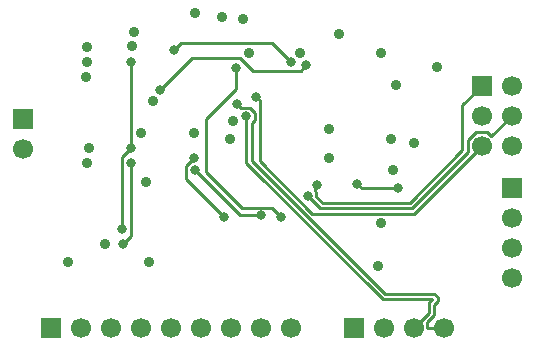
<source format=gbr>
%TF.GenerationSoftware,KiCad,Pcbnew,9.0.5*%
%TF.CreationDate,2025-10-30T15:42:11+09:00*%
%TF.ProjectId,MCU_Datalogger,4d43555f-4461-4746-916c-6f676765722e,1*%
%TF.SameCoordinates,Original*%
%TF.FileFunction,Copper,L2,Inr*%
%TF.FilePolarity,Positive*%
%FSLAX46Y46*%
G04 Gerber Fmt 4.6, Leading zero omitted, Abs format (unit mm)*
G04 Created by KiCad (PCBNEW 9.0.5) date 2025-10-30 15:42:11*
%MOMM*%
%LPD*%
G01*
G04 APERTURE LIST*
%TA.AperFunction,ComponentPad*%
%ADD10R,1.700000X1.700000*%
%TD*%
%TA.AperFunction,ComponentPad*%
%ADD11C,1.700000*%
%TD*%
%TA.AperFunction,ViaPad*%
%ADD12C,0.800000*%
%TD*%
%TA.AperFunction,ViaPad*%
%ADD13C,0.900000*%
%TD*%
%TA.AperFunction,Conductor*%
%ADD14C,0.250000*%
%TD*%
G04 APERTURE END LIST*
D10*
%TO.N,GND*%
%TO.C,J3*%
X169607000Y-86995000D03*
D11*
%TO.N,/VCC*%
X172147000Y-86995000D03*
%TO.N,/RX*%
X174687000Y-86995000D03*
%TO.N,/TX*%
X177227000Y-86995000D03*
%TD*%
D10*
%TO.N,/VCC*%
%TO.C,BAT1*%
X141605000Y-69337000D03*
D11*
%TO.N,GND*%
X141605000Y-71877000D03*
%TD*%
D10*
%TO.N,/MISO*%
%TO.C,J4*%
X180457000Y-66548000D03*
D11*
%TO.N,/VCC*%
X182997000Y-66548000D03*
%TO.N,/SCK*%
X180457000Y-69088000D03*
%TO.N,/MOSI*%
X182997000Y-69088000D03*
%TO.N,/RESET*%
X180457000Y-71628000D03*
%TO.N,GND*%
X182997000Y-71628000D03*
%TD*%
D10*
%TO.N,GND*%
%TO.C,J1*%
X183007000Y-75184000D03*
D11*
%TO.N,/VCC*%
X183007000Y-77724000D03*
%TO.N,/SDA*%
X183007000Y-80264000D03*
%TO.N,/SCK*%
X183007000Y-82804000D03*
%TD*%
D10*
%TO.N,/D2*%
%TO.C,J2*%
X143953000Y-86995000D03*
D11*
%TO.N,/D3*%
X146493000Y-86995000D03*
%TO.N,/D4*%
X149033000Y-86995000D03*
%TO.N,/D5*%
X151573000Y-86995000D03*
%TO.N,/D6*%
X154113000Y-86995000D03*
%TO.N,/D7*%
X156653000Y-86995000D03*
%TO.N,/D8*%
X159193000Y-86995000D03*
%TO.N,GND*%
X161733000Y-86995000D03*
%TO.N,/VCC*%
X164273000Y-86995000D03*
%TD*%
D12*
%TO.N,/SDA*%
X165608000Y-64770000D03*
X153199754Y-66862930D03*
%TO.N,/SCK*%
X164322181Y-64531819D03*
X154432000Y-63500000D03*
D13*
%TO.N,/VCC*%
X156210000Y-60386000D03*
%TO.N,GND*%
X160782000Y-63754000D03*
%TO.N,/VCC*%
X165100000Y-63754000D03*
X171958000Y-63754000D03*
X172795364Y-71044636D03*
X174752000Y-71374000D03*
X172974000Y-73660000D03*
X167513000Y-72601000D03*
X156122614Y-70524614D03*
X145414986Y-81448713D03*
X152273000Y-81407000D03*
X152019000Y-74676000D03*
X147193000Y-71755000D03*
X152654000Y-67818000D03*
X151003000Y-61976000D03*
X147066000Y-64516000D03*
%TO.N,GND*%
X159131000Y-70993000D03*
X159385000Y-69469000D03*
X167513000Y-70201000D03*
X171704000Y-81788000D03*
X171958000Y-78168000D03*
X148527000Y-79883000D03*
X151574000Y-70485000D03*
X147066000Y-73025000D03*
X146939000Y-65786000D03*
X147066000Y-63246000D03*
X150876000Y-63119000D03*
X160274000Y-60833000D03*
X158496000Y-60706000D03*
X176657000Y-64897000D03*
X173228000Y-66421000D03*
X168402000Y-62103000D03*
D12*
%TO.N,/SCK*%
X150749000Y-64516000D03*
%TO.N,/SDA*%
X150749000Y-73025000D03*
X150114000Y-79883000D03*
%TO.N,/SCK*%
X149987000Y-78613000D03*
X150749000Y-71755000D03*
X173355000Y-75184000D03*
X169926000Y-74803000D03*
%TO.N,/MISO*%
X166497000Y-74930000D03*
%TO.N,/MOSI*%
X165735000Y-75819000D03*
%TO.N,Net-(U4-PB7)*%
X159684500Y-65024000D03*
X163449000Y-77597000D03*
X161798000Y-77470000D03*
X156173000Y-73660000D03*
%TO.N,Net-(U4-PB6)*%
X158623000Y-77597000D03*
X156083000Y-72644000D03*
%TO.N,/RESET*%
X161384085Y-67474001D03*
%TO.N,/RX*%
X160528000Y-69088000D03*
%TO.N,/TX*%
X159766000Y-68072000D03*
%TD*%
D14*
%TO.N,/SDA*%
X165120181Y-65257819D02*
X165608000Y-64770000D01*
X159994859Y-64135000D02*
X161117678Y-65257819D01*
X155927684Y-64135000D02*
X159994859Y-64135000D01*
X153199754Y-66862930D02*
X155927684Y-64135000D01*
X161117678Y-65257819D02*
X165120181Y-65257819D01*
%TO.N,Net-(U4-PB7)*%
X162687000Y-76835000D02*
X163449000Y-77597000D01*
X160147000Y-76835000D02*
X162687000Y-76835000D01*
X157099000Y-73787000D02*
X160147000Y-76835000D01*
X159684500Y-66756500D02*
X157099000Y-69342000D01*
X159684500Y-65024000D02*
X159684500Y-66756500D01*
X157099000Y-69342000D02*
X157099000Y-73787000D01*
%TO.N,/SCK*%
X154432000Y-63500000D02*
X155004000Y-62928000D01*
X162718362Y-62928000D02*
X164322181Y-64531819D01*
X155004000Y-62928000D02*
X162718362Y-62928000D01*
X150749000Y-71755000D02*
X150749000Y-64516000D01*
X149987000Y-72517000D02*
X149987000Y-78613000D01*
X150749000Y-71755000D02*
X149987000Y-72517000D01*
%TO.N,/SDA*%
X150749000Y-79248000D02*
X150749000Y-73025000D01*
X150114000Y-79883000D02*
X150749000Y-79248000D01*
%TO.N,/SCK*%
X170307000Y-75184000D02*
X169926000Y-74803000D01*
X173355000Y-75184000D02*
X170307000Y-75184000D01*
%TO.N,/MISO*%
X166370000Y-75057000D02*
X166497000Y-74930000D01*
X166370000Y-75427280D02*
X166370000Y-75057000D01*
X166461000Y-75518280D02*
X166370000Y-75427280D01*
X166461000Y-75907190D02*
X166461000Y-75518280D01*
X174368380Y-76441000D02*
X166994810Y-76441000D01*
X178830000Y-71979380D02*
X174368380Y-76441000D01*
X178830000Y-68175000D02*
X178830000Y-71979380D01*
X180457000Y-66548000D02*
X178830000Y-68175000D01*
X166994810Y-76441000D02*
X166461000Y-75907190D01*
%TO.N,/MOSI*%
X166808000Y-76892000D02*
X165735000Y-75819000D01*
X179306537Y-72140653D02*
X174555190Y-76892000D01*
X179281000Y-72115116D02*
X179306537Y-72140653D01*
X179281000Y-71140884D02*
X179281000Y-72115116D01*
X179969884Y-70452000D02*
X179281000Y-71140884D01*
X180944116Y-70452000D02*
X179969884Y-70452000D01*
X174555190Y-76892000D02*
X166808000Y-76892000D01*
X182997000Y-69088000D02*
X181288558Y-70796442D01*
X181288558Y-70796442D02*
X180944116Y-70452000D01*
%TO.N,/RESET*%
X174742000Y-77343000D02*
X180457000Y-71628000D01*
X161658084Y-69622446D02*
X161658084Y-72879464D01*
X166121620Y-77343000D02*
X174742000Y-77343000D01*
X161705000Y-69575530D02*
X161658084Y-69622446D01*
X161705000Y-68600470D02*
X161705000Y-69575530D01*
X161658084Y-68553554D02*
X161705000Y-68600470D01*
X161658084Y-67748000D02*
X161658084Y-68553554D01*
X161658084Y-72879464D02*
X166121620Y-77343000D01*
X161384085Y-67474001D02*
X161658084Y-67748000D01*
%TO.N,/TX*%
X160056000Y-68362000D02*
X159766000Y-68072000D01*
X160828720Y-68362000D02*
X160056000Y-68362000D01*
X161254000Y-68787280D02*
X160828720Y-68362000D01*
X161254000Y-69388720D02*
X161254000Y-68787280D01*
X160979000Y-69663720D02*
X161254000Y-69388720D01*
X160979000Y-72838190D02*
X160979000Y-69663720D01*
X172271810Y-84131000D02*
X160979000Y-72838190D01*
X176462810Y-84131000D02*
X172271810Y-84131000D01*
X176727000Y-84768810D02*
X176727000Y-84395190D01*
X175837463Y-86482347D02*
X176408000Y-85911810D01*
X175863000Y-86507884D02*
X175837463Y-86482347D01*
X176727000Y-84395190D02*
X176462810Y-84131000D01*
X176408000Y-85911810D02*
X176408000Y-85087810D01*
X175863000Y-86995000D02*
X175863000Y-86507884D01*
X176408000Y-85087810D02*
X176727000Y-84768810D01*
X177227000Y-86995000D02*
X175863000Y-86995000D01*
%TO.N,/RX*%
X175957000Y-85725000D02*
X174687000Y-86995000D01*
X175957000Y-84901000D02*
X175957000Y-85725000D01*
X176276000Y-84582000D02*
X175957000Y-84901000D01*
X160528000Y-73025000D02*
X172085000Y-84582000D01*
X172085000Y-84582000D02*
X176276000Y-84582000D01*
X160528000Y-69088000D02*
X160528000Y-73025000D01*
%TO.N,Net-(U4-PB7)*%
X159983000Y-77470000D02*
X156173000Y-73660000D01*
X161798000Y-77470000D02*
X159983000Y-77470000D01*
%TO.N,Net-(U4-PB6)*%
X155448000Y-74422000D02*
X155448000Y-73279000D01*
X158623000Y-77597000D02*
X155448000Y-74422000D01*
X155448000Y-73279000D02*
X156083000Y-72644000D01*
%TD*%
M02*

</source>
